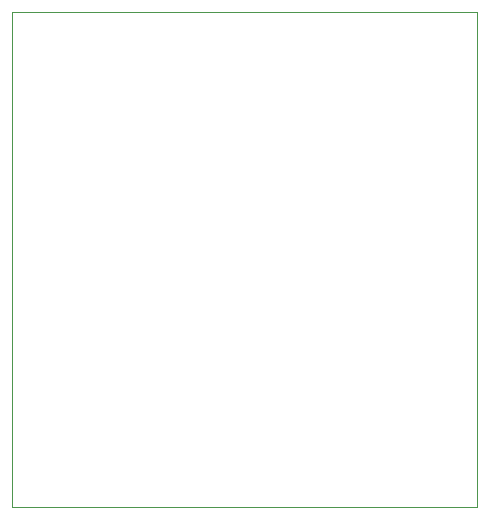
<source format=gbr>
%TF.GenerationSoftware,KiCad,Pcbnew,(5.1.10)-1*%
%TF.CreationDate,2023-02-11T08:53:15-05:00*%
%TF.ProjectId,Optitest,4f707469-7465-4737-942e-6b696361645f,rev?*%
%TF.SameCoordinates,Original*%
%TF.FileFunction,Profile,NP*%
%FSLAX46Y46*%
G04 Gerber Fmt 4.6, Leading zero omitted, Abs format (unit mm)*
G04 Created by KiCad (PCBNEW (5.1.10)-1) date 2023-02-11 08:53:15*
%MOMM*%
%LPD*%
G01*
G04 APERTURE LIST*
%TA.AperFunction,Profile*%
%ADD10C,0.050000*%
%TD*%
G04 APERTURE END LIST*
D10*
X133350000Y-63500000D02*
X133350000Y-105410000D01*
X133350000Y-105410000D02*
X93980000Y-105410000D01*
X93980000Y-63500000D02*
X93980000Y-64770000D01*
X133350000Y-63500000D02*
X93980000Y-63500000D01*
X93980000Y-105410000D02*
X93980000Y-64770000D01*
M02*

</source>
